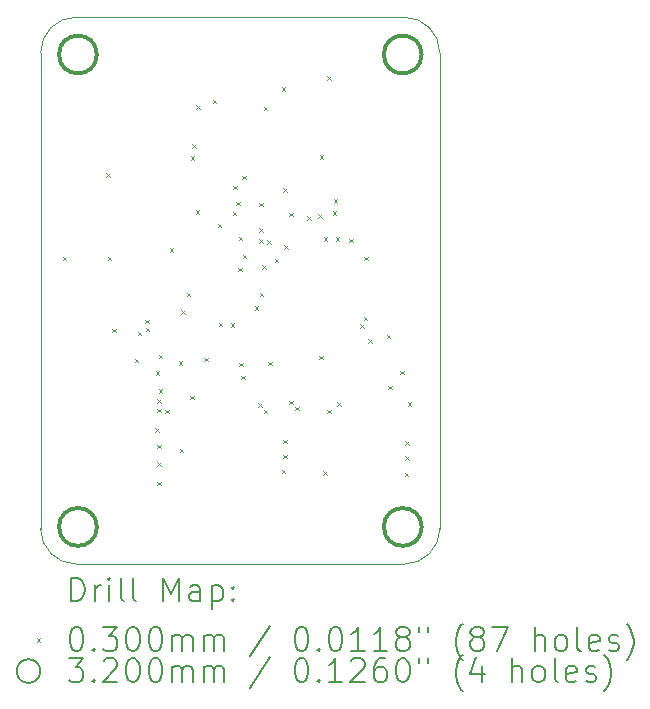
<source format=gbr>
%TF.GenerationSoftware,KiCad,Pcbnew,8.0.7*%
%TF.CreationDate,2025-01-10T16:13:57+05:30*%
%TF.ProjectId,STHDAQ_B0_COPY,53544844-4151-45f4-9230-5f434f50592e,rev?*%
%TF.SameCoordinates,Original*%
%TF.FileFunction,Drillmap*%
%TF.FilePolarity,Positive*%
%FSLAX45Y45*%
G04 Gerber Fmt 4.5, Leading zero omitted, Abs format (unit mm)*
G04 Created by KiCad (PCBNEW 8.0.7) date 2025-01-10 16:13:57*
%MOMM*%
%LPD*%
G01*
G04 APERTURE LIST*
%ADD10C,0.050000*%
%ADD11C,0.200000*%
%ADD12C,0.100000*%
%ADD13C,0.320000*%
G04 APERTURE END LIST*
D10*
X21390000Y-10060000D02*
X21390000Y-6030000D01*
X21090000Y-5730000D02*
G75*
G02*
X21390000Y-6030000I0J-300000D01*
G01*
X18310000Y-10360000D02*
G75*
G02*
X18010000Y-10060000I0J300000D01*
G01*
X18010000Y-6030000D02*
X18010000Y-10060000D01*
X21390000Y-10060000D02*
G75*
G02*
X21090000Y-10360000I-300000J0D01*
G01*
X21090000Y-5730000D02*
X18310000Y-5730000D01*
X18010000Y-6030000D02*
G75*
G02*
X18310000Y-5730000I300000J0D01*
G01*
X18310000Y-10360000D02*
X21090000Y-10360000D01*
D11*
D12*
X18196800Y-7757400D02*
X18226800Y-7787400D01*
X18226800Y-7757400D02*
X18196800Y-7787400D01*
X18565100Y-7053100D02*
X18595100Y-7083100D01*
X18595100Y-7053100D02*
X18565100Y-7083100D01*
X18577800Y-7757400D02*
X18607800Y-7787400D01*
X18607800Y-7757400D02*
X18577800Y-7787400D01*
X18615900Y-8367000D02*
X18645900Y-8397000D01*
X18645900Y-8367000D02*
X18615900Y-8397000D01*
X18806400Y-8621000D02*
X18836400Y-8651000D01*
X18836400Y-8621000D02*
X18806400Y-8651000D01*
X18831800Y-8392400D02*
X18861800Y-8422400D01*
X18861800Y-8392400D02*
X18831800Y-8422400D01*
X18895300Y-8290800D02*
X18925300Y-8320800D01*
X18925300Y-8290800D02*
X18895300Y-8320800D01*
X18901756Y-8360502D02*
X18931756Y-8390502D01*
X18931756Y-8360502D02*
X18901756Y-8390502D01*
X18982132Y-9211452D02*
X19012132Y-9241452D01*
X19012132Y-9211452D02*
X18982132Y-9241452D01*
X18984200Y-8728700D02*
X19014200Y-8758700D01*
X19014200Y-8728700D02*
X18984200Y-8758700D01*
X18996900Y-8963400D02*
X19026900Y-8993400D01*
X19026900Y-8963400D02*
X18996900Y-8993400D01*
X18996900Y-9046200D02*
X19026900Y-9076200D01*
X19026900Y-9046200D02*
X18996900Y-9076200D01*
X18996900Y-9351000D02*
X19026900Y-9381000D01*
X19026900Y-9351000D02*
X18996900Y-9381000D01*
X18996900Y-9497300D02*
X19026900Y-9527300D01*
X19026900Y-9497300D02*
X18996900Y-9527300D01*
X18996900Y-9662400D02*
X19026900Y-9692400D01*
X19026900Y-9662400D02*
X18996900Y-9692400D01*
X19009600Y-8589000D02*
X19039600Y-8619000D01*
X19039600Y-8589000D02*
X19009600Y-8619000D01*
X19009600Y-8881100D02*
X19039600Y-8911100D01*
X19039600Y-8881100D02*
X19009600Y-8911100D01*
X19066525Y-9053437D02*
X19096525Y-9083437D01*
X19096525Y-9053437D02*
X19066525Y-9083437D01*
X19105000Y-7685000D02*
X19135000Y-7715000D01*
X19135000Y-7685000D02*
X19105000Y-7715000D01*
X19181000Y-8640690D02*
X19211000Y-8670690D01*
X19211000Y-8640690D02*
X19181000Y-8670690D01*
X19186645Y-9383300D02*
X19216645Y-9413300D01*
X19216645Y-9383300D02*
X19186645Y-9413300D01*
X19200100Y-8209165D02*
X19230100Y-8239165D01*
X19230100Y-8209165D02*
X19200100Y-8239165D01*
X19247300Y-8062200D02*
X19277300Y-8092200D01*
X19277300Y-8062200D02*
X19247300Y-8092200D01*
X19279000Y-8934000D02*
X19309000Y-8964000D01*
X19309000Y-8934000D02*
X19279000Y-8964000D01*
X19282400Y-6906500D02*
X19312400Y-6936500D01*
X19312400Y-6906500D02*
X19282400Y-6936500D01*
X19294370Y-6803820D02*
X19324370Y-6833820D01*
X19324370Y-6803820D02*
X19294370Y-6833820D01*
X19323092Y-7363808D02*
X19353092Y-7393808D01*
X19353092Y-7363808D02*
X19323092Y-7393808D01*
X19326000Y-6475000D02*
X19356000Y-6505000D01*
X19356000Y-6475000D02*
X19326000Y-6505000D01*
X19395000Y-8612000D02*
X19425000Y-8642000D01*
X19425000Y-8612000D02*
X19395000Y-8642000D01*
X19469000Y-6430000D02*
X19499000Y-6460000D01*
X19499000Y-6430000D02*
X19469000Y-6460000D01*
X19509980Y-7479900D02*
X19539980Y-7509900D01*
X19539980Y-7479900D02*
X19509980Y-7509900D01*
X19519000Y-8318000D02*
X19549000Y-8348000D01*
X19549000Y-8318000D02*
X19519000Y-8348000D01*
X19621588Y-8319878D02*
X19651588Y-8349878D01*
X19651588Y-8319878D02*
X19621588Y-8349878D01*
X19636495Y-7375505D02*
X19666495Y-7405505D01*
X19666495Y-7375505D02*
X19636495Y-7405505D01*
X19639000Y-7154900D02*
X19669000Y-7184900D01*
X19669000Y-7154900D02*
X19639000Y-7184900D01*
X19666645Y-7293355D02*
X19696645Y-7323355D01*
X19696645Y-7293355D02*
X19666645Y-7323355D01*
X19684463Y-7850463D02*
X19714463Y-7880463D01*
X19714463Y-7850463D02*
X19684463Y-7880463D01*
X19689000Y-7590000D02*
X19719000Y-7620000D01*
X19719000Y-7590000D02*
X19689000Y-7620000D01*
X19693000Y-8655000D02*
X19723000Y-8685000D01*
X19723000Y-8655000D02*
X19693000Y-8685000D01*
X19708100Y-8766800D02*
X19738100Y-8796800D01*
X19738100Y-8766800D02*
X19708100Y-8796800D01*
X19719380Y-7073020D02*
X19749380Y-7103020D01*
X19749380Y-7073020D02*
X19719380Y-7103020D01*
X19721000Y-7741000D02*
X19751000Y-7771000D01*
X19751000Y-7741000D02*
X19721000Y-7771000D01*
X19822400Y-8176500D02*
X19852400Y-8206500D01*
X19852400Y-8176500D02*
X19822400Y-8206500D01*
X19854424Y-8998500D02*
X19884424Y-9028500D01*
X19884424Y-8998500D02*
X19854424Y-9028500D01*
X19860270Y-7516730D02*
X19890270Y-7546730D01*
X19890270Y-7516730D02*
X19860270Y-7546730D01*
X19860270Y-7611000D02*
X19890270Y-7641000D01*
X19890270Y-7611000D02*
X19860270Y-7641000D01*
X19862900Y-7301176D02*
X19892900Y-7331176D01*
X19892900Y-7301176D02*
X19862900Y-7331176D01*
X19864100Y-8062200D02*
X19894100Y-8092200D01*
X19894100Y-8062200D02*
X19864100Y-8092200D01*
X19886676Y-7832098D02*
X19916676Y-7862098D01*
X19916676Y-7832098D02*
X19886676Y-7862098D01*
X19898600Y-6487400D02*
X19928600Y-6517400D01*
X19928600Y-6487400D02*
X19898600Y-6517400D01*
X19898600Y-9052800D02*
X19928600Y-9082800D01*
X19928600Y-9052800D02*
X19898600Y-9082800D01*
X19930143Y-7616000D02*
X19960143Y-7646000D01*
X19960143Y-7616000D02*
X19930143Y-7646000D01*
X19936700Y-8646400D02*
X19966700Y-8676400D01*
X19966700Y-8646400D02*
X19936700Y-8676400D01*
X19990726Y-7774247D02*
X20020726Y-7804247D01*
X20020726Y-7774247D02*
X19990726Y-7804247D01*
X20051000Y-6322300D02*
X20081000Y-6352300D01*
X20081000Y-6322300D02*
X20051000Y-6352300D01*
X20051000Y-9561485D02*
X20081000Y-9591485D01*
X20081000Y-9561485D02*
X20051000Y-9591485D01*
X20062900Y-7180000D02*
X20092900Y-7210000D01*
X20092900Y-7180000D02*
X20062900Y-7210000D01*
X20064942Y-9306800D02*
X20094942Y-9336800D01*
X20094942Y-9306800D02*
X20064942Y-9336800D01*
X20064942Y-9433800D02*
X20094942Y-9463800D01*
X20094942Y-9433800D02*
X20064942Y-9463800D01*
X20075000Y-7661000D02*
X20105000Y-7691000D01*
X20105000Y-7661000D02*
X20075000Y-7691000D01*
X20114500Y-8978500D02*
X20144500Y-9008500D01*
X20144500Y-8978500D02*
X20114500Y-9008500D01*
X20115610Y-7383706D02*
X20145610Y-7413706D01*
X20145610Y-7383706D02*
X20115610Y-7413706D01*
X20165300Y-9028500D02*
X20195300Y-9058500D01*
X20195300Y-9028500D02*
X20165300Y-9058500D01*
X20266900Y-7414500D02*
X20296900Y-7444500D01*
X20296900Y-7414500D02*
X20266900Y-7444500D01*
X20359976Y-7399900D02*
X20389976Y-7429900D01*
X20389976Y-7399900D02*
X20359976Y-7429900D01*
X20368500Y-8595600D02*
X20398500Y-8625600D01*
X20398500Y-8595600D02*
X20368500Y-8625600D01*
X20372373Y-6900373D02*
X20402373Y-6930373D01*
X20402373Y-6900373D02*
X20372373Y-6930373D01*
X20405000Y-9575000D02*
X20435000Y-9605000D01*
X20435000Y-9575000D02*
X20405000Y-9605000D01*
X20406600Y-7592800D02*
X20436600Y-7622800D01*
X20436600Y-7592800D02*
X20406600Y-7622800D01*
X20438600Y-6229800D02*
X20468600Y-6259800D01*
X20468600Y-6229800D02*
X20438600Y-6259800D01*
X20438900Y-9052800D02*
X20468900Y-9082800D01*
X20468900Y-9052800D02*
X20438900Y-9082800D01*
X20484320Y-7373200D02*
X20514320Y-7403200D01*
X20514320Y-7373200D02*
X20484320Y-7403200D01*
X20493320Y-7269376D02*
X20523320Y-7299376D01*
X20523320Y-7269376D02*
X20493320Y-7299376D01*
X20508200Y-7592800D02*
X20538200Y-7622800D01*
X20538200Y-7592800D02*
X20508200Y-7622800D01*
X20520900Y-8989300D02*
X20550900Y-9019300D01*
X20550900Y-8989300D02*
X20520900Y-9019300D01*
X20621342Y-7605985D02*
X20651342Y-7635985D01*
X20651342Y-7605985D02*
X20621342Y-7635985D01*
X20716600Y-8328100D02*
X20746600Y-8358100D01*
X20746600Y-8328100D02*
X20716600Y-8358100D01*
X20745638Y-8264407D02*
X20775638Y-8294407D01*
X20775638Y-8264407D02*
X20745638Y-8294407D01*
X20749500Y-7757400D02*
X20779500Y-7787400D01*
X20779500Y-7757400D02*
X20749500Y-7787400D01*
X20782200Y-8455900D02*
X20812200Y-8485900D01*
X20812200Y-8455900D02*
X20782200Y-8485900D01*
X20940155Y-8417800D02*
X20970155Y-8447800D01*
X20970155Y-8417800D02*
X20940155Y-8447800D01*
X20952700Y-8849600D02*
X20982700Y-8879600D01*
X20982700Y-8849600D02*
X20952700Y-8879600D01*
X21054300Y-8722600D02*
X21084300Y-8752600D01*
X21084300Y-8722600D02*
X21054300Y-8752600D01*
X21092400Y-9586200D02*
X21122400Y-9616200D01*
X21122400Y-9586200D02*
X21092400Y-9616200D01*
X21098200Y-9319500D02*
X21128200Y-9349500D01*
X21128200Y-9319500D02*
X21098200Y-9349500D01*
X21098200Y-9446500D02*
X21128200Y-9476500D01*
X21128200Y-9446500D02*
X21098200Y-9476500D01*
X21117800Y-8989300D02*
X21147800Y-9019300D01*
X21147800Y-8989300D02*
X21117800Y-9019300D01*
D13*
X18486100Y-6045700D02*
G75*
G02*
X18166100Y-6045700I-160000J0D01*
G01*
X18166100Y-6045700D02*
G75*
G02*
X18486100Y-6045700I160000J0D01*
G01*
X18486100Y-10045700D02*
G75*
G02*
X18166100Y-10045700I-160000J0D01*
G01*
X18166100Y-10045700D02*
G75*
G02*
X18486100Y-10045700I160000J0D01*
G01*
X21236100Y-6045700D02*
G75*
G02*
X20916100Y-6045700I-160000J0D01*
G01*
X20916100Y-6045700D02*
G75*
G02*
X21236100Y-6045700I160000J0D01*
G01*
X21236100Y-10045700D02*
G75*
G02*
X20916100Y-10045700I-160000J0D01*
G01*
X20916100Y-10045700D02*
G75*
G02*
X21236100Y-10045700I160000J0D01*
G01*
D11*
X18268277Y-10673984D02*
X18268277Y-10473984D01*
X18268277Y-10473984D02*
X18315896Y-10473984D01*
X18315896Y-10473984D02*
X18344467Y-10483508D01*
X18344467Y-10483508D02*
X18363515Y-10502555D01*
X18363515Y-10502555D02*
X18373039Y-10521603D01*
X18373039Y-10521603D02*
X18382563Y-10559698D01*
X18382563Y-10559698D02*
X18382563Y-10588270D01*
X18382563Y-10588270D02*
X18373039Y-10626365D01*
X18373039Y-10626365D02*
X18363515Y-10645412D01*
X18363515Y-10645412D02*
X18344467Y-10664460D01*
X18344467Y-10664460D02*
X18315896Y-10673984D01*
X18315896Y-10673984D02*
X18268277Y-10673984D01*
X18468277Y-10673984D02*
X18468277Y-10540650D01*
X18468277Y-10578746D02*
X18477801Y-10559698D01*
X18477801Y-10559698D02*
X18487324Y-10550174D01*
X18487324Y-10550174D02*
X18506372Y-10540650D01*
X18506372Y-10540650D02*
X18525420Y-10540650D01*
X18592086Y-10673984D02*
X18592086Y-10540650D01*
X18592086Y-10473984D02*
X18582563Y-10483508D01*
X18582563Y-10483508D02*
X18592086Y-10493031D01*
X18592086Y-10493031D02*
X18601610Y-10483508D01*
X18601610Y-10483508D02*
X18592086Y-10473984D01*
X18592086Y-10473984D02*
X18592086Y-10493031D01*
X18715896Y-10673984D02*
X18696848Y-10664460D01*
X18696848Y-10664460D02*
X18687324Y-10645412D01*
X18687324Y-10645412D02*
X18687324Y-10473984D01*
X18820658Y-10673984D02*
X18801610Y-10664460D01*
X18801610Y-10664460D02*
X18792086Y-10645412D01*
X18792086Y-10645412D02*
X18792086Y-10473984D01*
X19049229Y-10673984D02*
X19049229Y-10473984D01*
X19049229Y-10473984D02*
X19115896Y-10616841D01*
X19115896Y-10616841D02*
X19182563Y-10473984D01*
X19182563Y-10473984D02*
X19182563Y-10673984D01*
X19363515Y-10673984D02*
X19363515Y-10569222D01*
X19363515Y-10569222D02*
X19353991Y-10550174D01*
X19353991Y-10550174D02*
X19334944Y-10540650D01*
X19334944Y-10540650D02*
X19296848Y-10540650D01*
X19296848Y-10540650D02*
X19277801Y-10550174D01*
X19363515Y-10664460D02*
X19344467Y-10673984D01*
X19344467Y-10673984D02*
X19296848Y-10673984D01*
X19296848Y-10673984D02*
X19277801Y-10664460D01*
X19277801Y-10664460D02*
X19268277Y-10645412D01*
X19268277Y-10645412D02*
X19268277Y-10626365D01*
X19268277Y-10626365D02*
X19277801Y-10607317D01*
X19277801Y-10607317D02*
X19296848Y-10597793D01*
X19296848Y-10597793D02*
X19344467Y-10597793D01*
X19344467Y-10597793D02*
X19363515Y-10588270D01*
X19458753Y-10540650D02*
X19458753Y-10740650D01*
X19458753Y-10550174D02*
X19477801Y-10540650D01*
X19477801Y-10540650D02*
X19515896Y-10540650D01*
X19515896Y-10540650D02*
X19534944Y-10550174D01*
X19534944Y-10550174D02*
X19544467Y-10559698D01*
X19544467Y-10559698D02*
X19553991Y-10578746D01*
X19553991Y-10578746D02*
X19553991Y-10635889D01*
X19553991Y-10635889D02*
X19544467Y-10654936D01*
X19544467Y-10654936D02*
X19534944Y-10664460D01*
X19534944Y-10664460D02*
X19515896Y-10673984D01*
X19515896Y-10673984D02*
X19477801Y-10673984D01*
X19477801Y-10673984D02*
X19458753Y-10664460D01*
X19639705Y-10654936D02*
X19649229Y-10664460D01*
X19649229Y-10664460D02*
X19639705Y-10673984D01*
X19639705Y-10673984D02*
X19630182Y-10664460D01*
X19630182Y-10664460D02*
X19639705Y-10654936D01*
X19639705Y-10654936D02*
X19639705Y-10673984D01*
X19639705Y-10550174D02*
X19649229Y-10559698D01*
X19649229Y-10559698D02*
X19639705Y-10569222D01*
X19639705Y-10569222D02*
X19630182Y-10559698D01*
X19630182Y-10559698D02*
X19639705Y-10550174D01*
X19639705Y-10550174D02*
X19639705Y-10569222D01*
D12*
X17977500Y-10987500D02*
X18007500Y-11017500D01*
X18007500Y-10987500D02*
X17977500Y-11017500D01*
D11*
X18306372Y-10893984D02*
X18325420Y-10893984D01*
X18325420Y-10893984D02*
X18344467Y-10903508D01*
X18344467Y-10903508D02*
X18353991Y-10913031D01*
X18353991Y-10913031D02*
X18363515Y-10932079D01*
X18363515Y-10932079D02*
X18373039Y-10970174D01*
X18373039Y-10970174D02*
X18373039Y-11017793D01*
X18373039Y-11017793D02*
X18363515Y-11055889D01*
X18363515Y-11055889D02*
X18353991Y-11074936D01*
X18353991Y-11074936D02*
X18344467Y-11084460D01*
X18344467Y-11084460D02*
X18325420Y-11093984D01*
X18325420Y-11093984D02*
X18306372Y-11093984D01*
X18306372Y-11093984D02*
X18287324Y-11084460D01*
X18287324Y-11084460D02*
X18277801Y-11074936D01*
X18277801Y-11074936D02*
X18268277Y-11055889D01*
X18268277Y-11055889D02*
X18258753Y-11017793D01*
X18258753Y-11017793D02*
X18258753Y-10970174D01*
X18258753Y-10970174D02*
X18268277Y-10932079D01*
X18268277Y-10932079D02*
X18277801Y-10913031D01*
X18277801Y-10913031D02*
X18287324Y-10903508D01*
X18287324Y-10903508D02*
X18306372Y-10893984D01*
X18458753Y-11074936D02*
X18468277Y-11084460D01*
X18468277Y-11084460D02*
X18458753Y-11093984D01*
X18458753Y-11093984D02*
X18449229Y-11084460D01*
X18449229Y-11084460D02*
X18458753Y-11074936D01*
X18458753Y-11074936D02*
X18458753Y-11093984D01*
X18534944Y-10893984D02*
X18658753Y-10893984D01*
X18658753Y-10893984D02*
X18592086Y-10970174D01*
X18592086Y-10970174D02*
X18620658Y-10970174D01*
X18620658Y-10970174D02*
X18639705Y-10979698D01*
X18639705Y-10979698D02*
X18649229Y-10989222D01*
X18649229Y-10989222D02*
X18658753Y-11008270D01*
X18658753Y-11008270D02*
X18658753Y-11055889D01*
X18658753Y-11055889D02*
X18649229Y-11074936D01*
X18649229Y-11074936D02*
X18639705Y-11084460D01*
X18639705Y-11084460D02*
X18620658Y-11093984D01*
X18620658Y-11093984D02*
X18563515Y-11093984D01*
X18563515Y-11093984D02*
X18544467Y-11084460D01*
X18544467Y-11084460D02*
X18534944Y-11074936D01*
X18782563Y-10893984D02*
X18801610Y-10893984D01*
X18801610Y-10893984D02*
X18820658Y-10903508D01*
X18820658Y-10903508D02*
X18830182Y-10913031D01*
X18830182Y-10913031D02*
X18839705Y-10932079D01*
X18839705Y-10932079D02*
X18849229Y-10970174D01*
X18849229Y-10970174D02*
X18849229Y-11017793D01*
X18849229Y-11017793D02*
X18839705Y-11055889D01*
X18839705Y-11055889D02*
X18830182Y-11074936D01*
X18830182Y-11074936D02*
X18820658Y-11084460D01*
X18820658Y-11084460D02*
X18801610Y-11093984D01*
X18801610Y-11093984D02*
X18782563Y-11093984D01*
X18782563Y-11093984D02*
X18763515Y-11084460D01*
X18763515Y-11084460D02*
X18753991Y-11074936D01*
X18753991Y-11074936D02*
X18744467Y-11055889D01*
X18744467Y-11055889D02*
X18734944Y-11017793D01*
X18734944Y-11017793D02*
X18734944Y-10970174D01*
X18734944Y-10970174D02*
X18744467Y-10932079D01*
X18744467Y-10932079D02*
X18753991Y-10913031D01*
X18753991Y-10913031D02*
X18763515Y-10903508D01*
X18763515Y-10903508D02*
X18782563Y-10893984D01*
X18973039Y-10893984D02*
X18992086Y-10893984D01*
X18992086Y-10893984D02*
X19011134Y-10903508D01*
X19011134Y-10903508D02*
X19020658Y-10913031D01*
X19020658Y-10913031D02*
X19030182Y-10932079D01*
X19030182Y-10932079D02*
X19039705Y-10970174D01*
X19039705Y-10970174D02*
X19039705Y-11017793D01*
X19039705Y-11017793D02*
X19030182Y-11055889D01*
X19030182Y-11055889D02*
X19020658Y-11074936D01*
X19020658Y-11074936D02*
X19011134Y-11084460D01*
X19011134Y-11084460D02*
X18992086Y-11093984D01*
X18992086Y-11093984D02*
X18973039Y-11093984D01*
X18973039Y-11093984D02*
X18953991Y-11084460D01*
X18953991Y-11084460D02*
X18944467Y-11074936D01*
X18944467Y-11074936D02*
X18934944Y-11055889D01*
X18934944Y-11055889D02*
X18925420Y-11017793D01*
X18925420Y-11017793D02*
X18925420Y-10970174D01*
X18925420Y-10970174D02*
X18934944Y-10932079D01*
X18934944Y-10932079D02*
X18944467Y-10913031D01*
X18944467Y-10913031D02*
X18953991Y-10903508D01*
X18953991Y-10903508D02*
X18973039Y-10893984D01*
X19125420Y-11093984D02*
X19125420Y-10960650D01*
X19125420Y-10979698D02*
X19134944Y-10970174D01*
X19134944Y-10970174D02*
X19153991Y-10960650D01*
X19153991Y-10960650D02*
X19182563Y-10960650D01*
X19182563Y-10960650D02*
X19201610Y-10970174D01*
X19201610Y-10970174D02*
X19211134Y-10989222D01*
X19211134Y-10989222D02*
X19211134Y-11093984D01*
X19211134Y-10989222D02*
X19220658Y-10970174D01*
X19220658Y-10970174D02*
X19239705Y-10960650D01*
X19239705Y-10960650D02*
X19268277Y-10960650D01*
X19268277Y-10960650D02*
X19287325Y-10970174D01*
X19287325Y-10970174D02*
X19296848Y-10989222D01*
X19296848Y-10989222D02*
X19296848Y-11093984D01*
X19392086Y-11093984D02*
X19392086Y-10960650D01*
X19392086Y-10979698D02*
X19401610Y-10970174D01*
X19401610Y-10970174D02*
X19420658Y-10960650D01*
X19420658Y-10960650D02*
X19449229Y-10960650D01*
X19449229Y-10960650D02*
X19468277Y-10970174D01*
X19468277Y-10970174D02*
X19477801Y-10989222D01*
X19477801Y-10989222D02*
X19477801Y-11093984D01*
X19477801Y-10989222D02*
X19487325Y-10970174D01*
X19487325Y-10970174D02*
X19506372Y-10960650D01*
X19506372Y-10960650D02*
X19534944Y-10960650D01*
X19534944Y-10960650D02*
X19553991Y-10970174D01*
X19553991Y-10970174D02*
X19563515Y-10989222D01*
X19563515Y-10989222D02*
X19563515Y-11093984D01*
X19953991Y-10884460D02*
X19782563Y-11141603D01*
X20211134Y-10893984D02*
X20230182Y-10893984D01*
X20230182Y-10893984D02*
X20249229Y-10903508D01*
X20249229Y-10903508D02*
X20258753Y-10913031D01*
X20258753Y-10913031D02*
X20268277Y-10932079D01*
X20268277Y-10932079D02*
X20277801Y-10970174D01*
X20277801Y-10970174D02*
X20277801Y-11017793D01*
X20277801Y-11017793D02*
X20268277Y-11055889D01*
X20268277Y-11055889D02*
X20258753Y-11074936D01*
X20258753Y-11074936D02*
X20249229Y-11084460D01*
X20249229Y-11084460D02*
X20230182Y-11093984D01*
X20230182Y-11093984D02*
X20211134Y-11093984D01*
X20211134Y-11093984D02*
X20192087Y-11084460D01*
X20192087Y-11084460D02*
X20182563Y-11074936D01*
X20182563Y-11074936D02*
X20173039Y-11055889D01*
X20173039Y-11055889D02*
X20163515Y-11017793D01*
X20163515Y-11017793D02*
X20163515Y-10970174D01*
X20163515Y-10970174D02*
X20173039Y-10932079D01*
X20173039Y-10932079D02*
X20182563Y-10913031D01*
X20182563Y-10913031D02*
X20192087Y-10903508D01*
X20192087Y-10903508D02*
X20211134Y-10893984D01*
X20363515Y-11074936D02*
X20373039Y-11084460D01*
X20373039Y-11084460D02*
X20363515Y-11093984D01*
X20363515Y-11093984D02*
X20353991Y-11084460D01*
X20353991Y-11084460D02*
X20363515Y-11074936D01*
X20363515Y-11074936D02*
X20363515Y-11093984D01*
X20496848Y-10893984D02*
X20515896Y-10893984D01*
X20515896Y-10893984D02*
X20534944Y-10903508D01*
X20534944Y-10903508D02*
X20544468Y-10913031D01*
X20544468Y-10913031D02*
X20553991Y-10932079D01*
X20553991Y-10932079D02*
X20563515Y-10970174D01*
X20563515Y-10970174D02*
X20563515Y-11017793D01*
X20563515Y-11017793D02*
X20553991Y-11055889D01*
X20553991Y-11055889D02*
X20544468Y-11074936D01*
X20544468Y-11074936D02*
X20534944Y-11084460D01*
X20534944Y-11084460D02*
X20515896Y-11093984D01*
X20515896Y-11093984D02*
X20496848Y-11093984D01*
X20496848Y-11093984D02*
X20477801Y-11084460D01*
X20477801Y-11084460D02*
X20468277Y-11074936D01*
X20468277Y-11074936D02*
X20458753Y-11055889D01*
X20458753Y-11055889D02*
X20449229Y-11017793D01*
X20449229Y-11017793D02*
X20449229Y-10970174D01*
X20449229Y-10970174D02*
X20458753Y-10932079D01*
X20458753Y-10932079D02*
X20468277Y-10913031D01*
X20468277Y-10913031D02*
X20477801Y-10903508D01*
X20477801Y-10903508D02*
X20496848Y-10893984D01*
X20753991Y-11093984D02*
X20639706Y-11093984D01*
X20696848Y-11093984D02*
X20696848Y-10893984D01*
X20696848Y-10893984D02*
X20677801Y-10922555D01*
X20677801Y-10922555D02*
X20658753Y-10941603D01*
X20658753Y-10941603D02*
X20639706Y-10951127D01*
X20944468Y-11093984D02*
X20830182Y-11093984D01*
X20887325Y-11093984D02*
X20887325Y-10893984D01*
X20887325Y-10893984D02*
X20868277Y-10922555D01*
X20868277Y-10922555D02*
X20849229Y-10941603D01*
X20849229Y-10941603D02*
X20830182Y-10951127D01*
X21058753Y-10979698D02*
X21039706Y-10970174D01*
X21039706Y-10970174D02*
X21030182Y-10960650D01*
X21030182Y-10960650D02*
X21020658Y-10941603D01*
X21020658Y-10941603D02*
X21020658Y-10932079D01*
X21020658Y-10932079D02*
X21030182Y-10913031D01*
X21030182Y-10913031D02*
X21039706Y-10903508D01*
X21039706Y-10903508D02*
X21058753Y-10893984D01*
X21058753Y-10893984D02*
X21096849Y-10893984D01*
X21096849Y-10893984D02*
X21115896Y-10903508D01*
X21115896Y-10903508D02*
X21125420Y-10913031D01*
X21125420Y-10913031D02*
X21134944Y-10932079D01*
X21134944Y-10932079D02*
X21134944Y-10941603D01*
X21134944Y-10941603D02*
X21125420Y-10960650D01*
X21125420Y-10960650D02*
X21115896Y-10970174D01*
X21115896Y-10970174D02*
X21096849Y-10979698D01*
X21096849Y-10979698D02*
X21058753Y-10979698D01*
X21058753Y-10979698D02*
X21039706Y-10989222D01*
X21039706Y-10989222D02*
X21030182Y-10998746D01*
X21030182Y-10998746D02*
X21020658Y-11017793D01*
X21020658Y-11017793D02*
X21020658Y-11055889D01*
X21020658Y-11055889D02*
X21030182Y-11074936D01*
X21030182Y-11074936D02*
X21039706Y-11084460D01*
X21039706Y-11084460D02*
X21058753Y-11093984D01*
X21058753Y-11093984D02*
X21096849Y-11093984D01*
X21096849Y-11093984D02*
X21115896Y-11084460D01*
X21115896Y-11084460D02*
X21125420Y-11074936D01*
X21125420Y-11074936D02*
X21134944Y-11055889D01*
X21134944Y-11055889D02*
X21134944Y-11017793D01*
X21134944Y-11017793D02*
X21125420Y-10998746D01*
X21125420Y-10998746D02*
X21115896Y-10989222D01*
X21115896Y-10989222D02*
X21096849Y-10979698D01*
X21211134Y-10893984D02*
X21211134Y-10932079D01*
X21287325Y-10893984D02*
X21287325Y-10932079D01*
X21582563Y-11170174D02*
X21573039Y-11160650D01*
X21573039Y-11160650D02*
X21553991Y-11132079D01*
X21553991Y-11132079D02*
X21544468Y-11113031D01*
X21544468Y-11113031D02*
X21534944Y-11084460D01*
X21534944Y-11084460D02*
X21525420Y-11036841D01*
X21525420Y-11036841D02*
X21525420Y-10998746D01*
X21525420Y-10998746D02*
X21534944Y-10951127D01*
X21534944Y-10951127D02*
X21544468Y-10922555D01*
X21544468Y-10922555D02*
X21553991Y-10903508D01*
X21553991Y-10903508D02*
X21573039Y-10874936D01*
X21573039Y-10874936D02*
X21582563Y-10865412D01*
X21687325Y-10979698D02*
X21668277Y-10970174D01*
X21668277Y-10970174D02*
X21658753Y-10960650D01*
X21658753Y-10960650D02*
X21649230Y-10941603D01*
X21649230Y-10941603D02*
X21649230Y-10932079D01*
X21649230Y-10932079D02*
X21658753Y-10913031D01*
X21658753Y-10913031D02*
X21668277Y-10903508D01*
X21668277Y-10903508D02*
X21687325Y-10893984D01*
X21687325Y-10893984D02*
X21725420Y-10893984D01*
X21725420Y-10893984D02*
X21744468Y-10903508D01*
X21744468Y-10903508D02*
X21753991Y-10913031D01*
X21753991Y-10913031D02*
X21763515Y-10932079D01*
X21763515Y-10932079D02*
X21763515Y-10941603D01*
X21763515Y-10941603D02*
X21753991Y-10960650D01*
X21753991Y-10960650D02*
X21744468Y-10970174D01*
X21744468Y-10970174D02*
X21725420Y-10979698D01*
X21725420Y-10979698D02*
X21687325Y-10979698D01*
X21687325Y-10979698D02*
X21668277Y-10989222D01*
X21668277Y-10989222D02*
X21658753Y-10998746D01*
X21658753Y-10998746D02*
X21649230Y-11017793D01*
X21649230Y-11017793D02*
X21649230Y-11055889D01*
X21649230Y-11055889D02*
X21658753Y-11074936D01*
X21658753Y-11074936D02*
X21668277Y-11084460D01*
X21668277Y-11084460D02*
X21687325Y-11093984D01*
X21687325Y-11093984D02*
X21725420Y-11093984D01*
X21725420Y-11093984D02*
X21744468Y-11084460D01*
X21744468Y-11084460D02*
X21753991Y-11074936D01*
X21753991Y-11074936D02*
X21763515Y-11055889D01*
X21763515Y-11055889D02*
X21763515Y-11017793D01*
X21763515Y-11017793D02*
X21753991Y-10998746D01*
X21753991Y-10998746D02*
X21744468Y-10989222D01*
X21744468Y-10989222D02*
X21725420Y-10979698D01*
X21830182Y-10893984D02*
X21963515Y-10893984D01*
X21963515Y-10893984D02*
X21877801Y-11093984D01*
X22192087Y-11093984D02*
X22192087Y-10893984D01*
X22277801Y-11093984D02*
X22277801Y-10989222D01*
X22277801Y-10989222D02*
X22268277Y-10970174D01*
X22268277Y-10970174D02*
X22249230Y-10960650D01*
X22249230Y-10960650D02*
X22220658Y-10960650D01*
X22220658Y-10960650D02*
X22201611Y-10970174D01*
X22201611Y-10970174D02*
X22192087Y-10979698D01*
X22401610Y-11093984D02*
X22382563Y-11084460D01*
X22382563Y-11084460D02*
X22373039Y-11074936D01*
X22373039Y-11074936D02*
X22363515Y-11055889D01*
X22363515Y-11055889D02*
X22363515Y-10998746D01*
X22363515Y-10998746D02*
X22373039Y-10979698D01*
X22373039Y-10979698D02*
X22382563Y-10970174D01*
X22382563Y-10970174D02*
X22401610Y-10960650D01*
X22401610Y-10960650D02*
X22430182Y-10960650D01*
X22430182Y-10960650D02*
X22449230Y-10970174D01*
X22449230Y-10970174D02*
X22458753Y-10979698D01*
X22458753Y-10979698D02*
X22468277Y-10998746D01*
X22468277Y-10998746D02*
X22468277Y-11055889D01*
X22468277Y-11055889D02*
X22458753Y-11074936D01*
X22458753Y-11074936D02*
X22449230Y-11084460D01*
X22449230Y-11084460D02*
X22430182Y-11093984D01*
X22430182Y-11093984D02*
X22401610Y-11093984D01*
X22582563Y-11093984D02*
X22563515Y-11084460D01*
X22563515Y-11084460D02*
X22553991Y-11065412D01*
X22553991Y-11065412D02*
X22553991Y-10893984D01*
X22734944Y-11084460D02*
X22715896Y-11093984D01*
X22715896Y-11093984D02*
X22677801Y-11093984D01*
X22677801Y-11093984D02*
X22658753Y-11084460D01*
X22658753Y-11084460D02*
X22649230Y-11065412D01*
X22649230Y-11065412D02*
X22649230Y-10989222D01*
X22649230Y-10989222D02*
X22658753Y-10970174D01*
X22658753Y-10970174D02*
X22677801Y-10960650D01*
X22677801Y-10960650D02*
X22715896Y-10960650D01*
X22715896Y-10960650D02*
X22734944Y-10970174D01*
X22734944Y-10970174D02*
X22744468Y-10989222D01*
X22744468Y-10989222D02*
X22744468Y-11008270D01*
X22744468Y-11008270D02*
X22649230Y-11027317D01*
X22820658Y-11084460D02*
X22839706Y-11093984D01*
X22839706Y-11093984D02*
X22877801Y-11093984D01*
X22877801Y-11093984D02*
X22896849Y-11084460D01*
X22896849Y-11084460D02*
X22906372Y-11065412D01*
X22906372Y-11065412D02*
X22906372Y-11055889D01*
X22906372Y-11055889D02*
X22896849Y-11036841D01*
X22896849Y-11036841D02*
X22877801Y-11027317D01*
X22877801Y-11027317D02*
X22849230Y-11027317D01*
X22849230Y-11027317D02*
X22830182Y-11017793D01*
X22830182Y-11017793D02*
X22820658Y-10998746D01*
X22820658Y-10998746D02*
X22820658Y-10989222D01*
X22820658Y-10989222D02*
X22830182Y-10970174D01*
X22830182Y-10970174D02*
X22849230Y-10960650D01*
X22849230Y-10960650D02*
X22877801Y-10960650D01*
X22877801Y-10960650D02*
X22896849Y-10970174D01*
X22973039Y-11170174D02*
X22982563Y-11160650D01*
X22982563Y-11160650D02*
X23001611Y-11132079D01*
X23001611Y-11132079D02*
X23011134Y-11113031D01*
X23011134Y-11113031D02*
X23020658Y-11084460D01*
X23020658Y-11084460D02*
X23030182Y-11036841D01*
X23030182Y-11036841D02*
X23030182Y-10998746D01*
X23030182Y-10998746D02*
X23020658Y-10951127D01*
X23020658Y-10951127D02*
X23011134Y-10922555D01*
X23011134Y-10922555D02*
X23001611Y-10903508D01*
X23001611Y-10903508D02*
X22982563Y-10874936D01*
X22982563Y-10874936D02*
X22973039Y-10865412D01*
X18007500Y-11266500D02*
G75*
G02*
X17807500Y-11266500I-100000J0D01*
G01*
X17807500Y-11266500D02*
G75*
G02*
X18007500Y-11266500I100000J0D01*
G01*
X18249229Y-11157984D02*
X18373039Y-11157984D01*
X18373039Y-11157984D02*
X18306372Y-11234174D01*
X18306372Y-11234174D02*
X18334944Y-11234174D01*
X18334944Y-11234174D02*
X18353991Y-11243698D01*
X18353991Y-11243698D02*
X18363515Y-11253222D01*
X18363515Y-11253222D02*
X18373039Y-11272269D01*
X18373039Y-11272269D02*
X18373039Y-11319888D01*
X18373039Y-11319888D02*
X18363515Y-11338936D01*
X18363515Y-11338936D02*
X18353991Y-11348460D01*
X18353991Y-11348460D02*
X18334944Y-11357984D01*
X18334944Y-11357984D02*
X18277801Y-11357984D01*
X18277801Y-11357984D02*
X18258753Y-11348460D01*
X18258753Y-11348460D02*
X18249229Y-11338936D01*
X18458753Y-11338936D02*
X18468277Y-11348460D01*
X18468277Y-11348460D02*
X18458753Y-11357984D01*
X18458753Y-11357984D02*
X18449229Y-11348460D01*
X18449229Y-11348460D02*
X18458753Y-11338936D01*
X18458753Y-11338936D02*
X18458753Y-11357984D01*
X18544467Y-11177031D02*
X18553991Y-11167508D01*
X18553991Y-11167508D02*
X18573039Y-11157984D01*
X18573039Y-11157984D02*
X18620658Y-11157984D01*
X18620658Y-11157984D02*
X18639705Y-11167508D01*
X18639705Y-11167508D02*
X18649229Y-11177031D01*
X18649229Y-11177031D02*
X18658753Y-11196079D01*
X18658753Y-11196079D02*
X18658753Y-11215127D01*
X18658753Y-11215127D02*
X18649229Y-11243698D01*
X18649229Y-11243698D02*
X18534944Y-11357984D01*
X18534944Y-11357984D02*
X18658753Y-11357984D01*
X18782563Y-11157984D02*
X18801610Y-11157984D01*
X18801610Y-11157984D02*
X18820658Y-11167508D01*
X18820658Y-11167508D02*
X18830182Y-11177031D01*
X18830182Y-11177031D02*
X18839705Y-11196079D01*
X18839705Y-11196079D02*
X18849229Y-11234174D01*
X18849229Y-11234174D02*
X18849229Y-11281793D01*
X18849229Y-11281793D02*
X18839705Y-11319888D01*
X18839705Y-11319888D02*
X18830182Y-11338936D01*
X18830182Y-11338936D02*
X18820658Y-11348460D01*
X18820658Y-11348460D02*
X18801610Y-11357984D01*
X18801610Y-11357984D02*
X18782563Y-11357984D01*
X18782563Y-11357984D02*
X18763515Y-11348460D01*
X18763515Y-11348460D02*
X18753991Y-11338936D01*
X18753991Y-11338936D02*
X18744467Y-11319888D01*
X18744467Y-11319888D02*
X18734944Y-11281793D01*
X18734944Y-11281793D02*
X18734944Y-11234174D01*
X18734944Y-11234174D02*
X18744467Y-11196079D01*
X18744467Y-11196079D02*
X18753991Y-11177031D01*
X18753991Y-11177031D02*
X18763515Y-11167508D01*
X18763515Y-11167508D02*
X18782563Y-11157984D01*
X18973039Y-11157984D02*
X18992086Y-11157984D01*
X18992086Y-11157984D02*
X19011134Y-11167508D01*
X19011134Y-11167508D02*
X19020658Y-11177031D01*
X19020658Y-11177031D02*
X19030182Y-11196079D01*
X19030182Y-11196079D02*
X19039705Y-11234174D01*
X19039705Y-11234174D02*
X19039705Y-11281793D01*
X19039705Y-11281793D02*
X19030182Y-11319888D01*
X19030182Y-11319888D02*
X19020658Y-11338936D01*
X19020658Y-11338936D02*
X19011134Y-11348460D01*
X19011134Y-11348460D02*
X18992086Y-11357984D01*
X18992086Y-11357984D02*
X18973039Y-11357984D01*
X18973039Y-11357984D02*
X18953991Y-11348460D01*
X18953991Y-11348460D02*
X18944467Y-11338936D01*
X18944467Y-11338936D02*
X18934944Y-11319888D01*
X18934944Y-11319888D02*
X18925420Y-11281793D01*
X18925420Y-11281793D02*
X18925420Y-11234174D01*
X18925420Y-11234174D02*
X18934944Y-11196079D01*
X18934944Y-11196079D02*
X18944467Y-11177031D01*
X18944467Y-11177031D02*
X18953991Y-11167508D01*
X18953991Y-11167508D02*
X18973039Y-11157984D01*
X19125420Y-11357984D02*
X19125420Y-11224650D01*
X19125420Y-11243698D02*
X19134944Y-11234174D01*
X19134944Y-11234174D02*
X19153991Y-11224650D01*
X19153991Y-11224650D02*
X19182563Y-11224650D01*
X19182563Y-11224650D02*
X19201610Y-11234174D01*
X19201610Y-11234174D02*
X19211134Y-11253222D01*
X19211134Y-11253222D02*
X19211134Y-11357984D01*
X19211134Y-11253222D02*
X19220658Y-11234174D01*
X19220658Y-11234174D02*
X19239705Y-11224650D01*
X19239705Y-11224650D02*
X19268277Y-11224650D01*
X19268277Y-11224650D02*
X19287325Y-11234174D01*
X19287325Y-11234174D02*
X19296848Y-11253222D01*
X19296848Y-11253222D02*
X19296848Y-11357984D01*
X19392086Y-11357984D02*
X19392086Y-11224650D01*
X19392086Y-11243698D02*
X19401610Y-11234174D01*
X19401610Y-11234174D02*
X19420658Y-11224650D01*
X19420658Y-11224650D02*
X19449229Y-11224650D01*
X19449229Y-11224650D02*
X19468277Y-11234174D01*
X19468277Y-11234174D02*
X19477801Y-11253222D01*
X19477801Y-11253222D02*
X19477801Y-11357984D01*
X19477801Y-11253222D02*
X19487325Y-11234174D01*
X19487325Y-11234174D02*
X19506372Y-11224650D01*
X19506372Y-11224650D02*
X19534944Y-11224650D01*
X19534944Y-11224650D02*
X19553991Y-11234174D01*
X19553991Y-11234174D02*
X19563515Y-11253222D01*
X19563515Y-11253222D02*
X19563515Y-11357984D01*
X19953991Y-11148460D02*
X19782563Y-11405603D01*
X20211134Y-11157984D02*
X20230182Y-11157984D01*
X20230182Y-11157984D02*
X20249229Y-11167508D01*
X20249229Y-11167508D02*
X20258753Y-11177031D01*
X20258753Y-11177031D02*
X20268277Y-11196079D01*
X20268277Y-11196079D02*
X20277801Y-11234174D01*
X20277801Y-11234174D02*
X20277801Y-11281793D01*
X20277801Y-11281793D02*
X20268277Y-11319888D01*
X20268277Y-11319888D02*
X20258753Y-11338936D01*
X20258753Y-11338936D02*
X20249229Y-11348460D01*
X20249229Y-11348460D02*
X20230182Y-11357984D01*
X20230182Y-11357984D02*
X20211134Y-11357984D01*
X20211134Y-11357984D02*
X20192087Y-11348460D01*
X20192087Y-11348460D02*
X20182563Y-11338936D01*
X20182563Y-11338936D02*
X20173039Y-11319888D01*
X20173039Y-11319888D02*
X20163515Y-11281793D01*
X20163515Y-11281793D02*
X20163515Y-11234174D01*
X20163515Y-11234174D02*
X20173039Y-11196079D01*
X20173039Y-11196079D02*
X20182563Y-11177031D01*
X20182563Y-11177031D02*
X20192087Y-11167508D01*
X20192087Y-11167508D02*
X20211134Y-11157984D01*
X20363515Y-11338936D02*
X20373039Y-11348460D01*
X20373039Y-11348460D02*
X20363515Y-11357984D01*
X20363515Y-11357984D02*
X20353991Y-11348460D01*
X20353991Y-11348460D02*
X20363515Y-11338936D01*
X20363515Y-11338936D02*
X20363515Y-11357984D01*
X20563515Y-11357984D02*
X20449229Y-11357984D01*
X20506372Y-11357984D02*
X20506372Y-11157984D01*
X20506372Y-11157984D02*
X20487325Y-11186555D01*
X20487325Y-11186555D02*
X20468277Y-11205603D01*
X20468277Y-11205603D02*
X20449229Y-11215127D01*
X20639706Y-11177031D02*
X20649229Y-11167508D01*
X20649229Y-11167508D02*
X20668277Y-11157984D01*
X20668277Y-11157984D02*
X20715896Y-11157984D01*
X20715896Y-11157984D02*
X20734944Y-11167508D01*
X20734944Y-11167508D02*
X20744468Y-11177031D01*
X20744468Y-11177031D02*
X20753991Y-11196079D01*
X20753991Y-11196079D02*
X20753991Y-11215127D01*
X20753991Y-11215127D02*
X20744468Y-11243698D01*
X20744468Y-11243698D02*
X20630182Y-11357984D01*
X20630182Y-11357984D02*
X20753991Y-11357984D01*
X20925420Y-11157984D02*
X20887325Y-11157984D01*
X20887325Y-11157984D02*
X20868277Y-11167508D01*
X20868277Y-11167508D02*
X20858753Y-11177031D01*
X20858753Y-11177031D02*
X20839706Y-11205603D01*
X20839706Y-11205603D02*
X20830182Y-11243698D01*
X20830182Y-11243698D02*
X20830182Y-11319888D01*
X20830182Y-11319888D02*
X20839706Y-11338936D01*
X20839706Y-11338936D02*
X20849229Y-11348460D01*
X20849229Y-11348460D02*
X20868277Y-11357984D01*
X20868277Y-11357984D02*
X20906372Y-11357984D01*
X20906372Y-11357984D02*
X20925420Y-11348460D01*
X20925420Y-11348460D02*
X20934944Y-11338936D01*
X20934944Y-11338936D02*
X20944468Y-11319888D01*
X20944468Y-11319888D02*
X20944468Y-11272269D01*
X20944468Y-11272269D02*
X20934944Y-11253222D01*
X20934944Y-11253222D02*
X20925420Y-11243698D01*
X20925420Y-11243698D02*
X20906372Y-11234174D01*
X20906372Y-11234174D02*
X20868277Y-11234174D01*
X20868277Y-11234174D02*
X20849229Y-11243698D01*
X20849229Y-11243698D02*
X20839706Y-11253222D01*
X20839706Y-11253222D02*
X20830182Y-11272269D01*
X21068277Y-11157984D02*
X21087325Y-11157984D01*
X21087325Y-11157984D02*
X21106372Y-11167508D01*
X21106372Y-11167508D02*
X21115896Y-11177031D01*
X21115896Y-11177031D02*
X21125420Y-11196079D01*
X21125420Y-11196079D02*
X21134944Y-11234174D01*
X21134944Y-11234174D02*
X21134944Y-11281793D01*
X21134944Y-11281793D02*
X21125420Y-11319888D01*
X21125420Y-11319888D02*
X21115896Y-11338936D01*
X21115896Y-11338936D02*
X21106372Y-11348460D01*
X21106372Y-11348460D02*
X21087325Y-11357984D01*
X21087325Y-11357984D02*
X21068277Y-11357984D01*
X21068277Y-11357984D02*
X21049229Y-11348460D01*
X21049229Y-11348460D02*
X21039706Y-11338936D01*
X21039706Y-11338936D02*
X21030182Y-11319888D01*
X21030182Y-11319888D02*
X21020658Y-11281793D01*
X21020658Y-11281793D02*
X21020658Y-11234174D01*
X21020658Y-11234174D02*
X21030182Y-11196079D01*
X21030182Y-11196079D02*
X21039706Y-11177031D01*
X21039706Y-11177031D02*
X21049229Y-11167508D01*
X21049229Y-11167508D02*
X21068277Y-11157984D01*
X21211134Y-11157984D02*
X21211134Y-11196079D01*
X21287325Y-11157984D02*
X21287325Y-11196079D01*
X21582563Y-11434174D02*
X21573039Y-11424650D01*
X21573039Y-11424650D02*
X21553991Y-11396079D01*
X21553991Y-11396079D02*
X21544468Y-11377031D01*
X21544468Y-11377031D02*
X21534944Y-11348460D01*
X21534944Y-11348460D02*
X21525420Y-11300841D01*
X21525420Y-11300841D02*
X21525420Y-11262746D01*
X21525420Y-11262746D02*
X21534944Y-11215127D01*
X21534944Y-11215127D02*
X21544468Y-11186555D01*
X21544468Y-11186555D02*
X21553991Y-11167508D01*
X21553991Y-11167508D02*
X21573039Y-11138936D01*
X21573039Y-11138936D02*
X21582563Y-11129412D01*
X21744468Y-11224650D02*
X21744468Y-11357984D01*
X21696849Y-11148460D02*
X21649230Y-11291317D01*
X21649230Y-11291317D02*
X21773039Y-11291317D01*
X22001611Y-11357984D02*
X22001611Y-11157984D01*
X22087325Y-11357984D02*
X22087325Y-11253222D01*
X22087325Y-11253222D02*
X22077801Y-11234174D01*
X22077801Y-11234174D02*
X22058753Y-11224650D01*
X22058753Y-11224650D02*
X22030182Y-11224650D01*
X22030182Y-11224650D02*
X22011134Y-11234174D01*
X22011134Y-11234174D02*
X22001611Y-11243698D01*
X22211134Y-11357984D02*
X22192087Y-11348460D01*
X22192087Y-11348460D02*
X22182563Y-11338936D01*
X22182563Y-11338936D02*
X22173039Y-11319888D01*
X22173039Y-11319888D02*
X22173039Y-11262746D01*
X22173039Y-11262746D02*
X22182563Y-11243698D01*
X22182563Y-11243698D02*
X22192087Y-11234174D01*
X22192087Y-11234174D02*
X22211134Y-11224650D01*
X22211134Y-11224650D02*
X22239706Y-11224650D01*
X22239706Y-11224650D02*
X22258753Y-11234174D01*
X22258753Y-11234174D02*
X22268277Y-11243698D01*
X22268277Y-11243698D02*
X22277801Y-11262746D01*
X22277801Y-11262746D02*
X22277801Y-11319888D01*
X22277801Y-11319888D02*
X22268277Y-11338936D01*
X22268277Y-11338936D02*
X22258753Y-11348460D01*
X22258753Y-11348460D02*
X22239706Y-11357984D01*
X22239706Y-11357984D02*
X22211134Y-11357984D01*
X22392087Y-11357984D02*
X22373039Y-11348460D01*
X22373039Y-11348460D02*
X22363515Y-11329412D01*
X22363515Y-11329412D02*
X22363515Y-11157984D01*
X22544468Y-11348460D02*
X22525420Y-11357984D01*
X22525420Y-11357984D02*
X22487325Y-11357984D01*
X22487325Y-11357984D02*
X22468277Y-11348460D01*
X22468277Y-11348460D02*
X22458753Y-11329412D01*
X22458753Y-11329412D02*
X22458753Y-11253222D01*
X22458753Y-11253222D02*
X22468277Y-11234174D01*
X22468277Y-11234174D02*
X22487325Y-11224650D01*
X22487325Y-11224650D02*
X22525420Y-11224650D01*
X22525420Y-11224650D02*
X22544468Y-11234174D01*
X22544468Y-11234174D02*
X22553991Y-11253222D01*
X22553991Y-11253222D02*
X22553991Y-11272269D01*
X22553991Y-11272269D02*
X22458753Y-11291317D01*
X22630182Y-11348460D02*
X22649230Y-11357984D01*
X22649230Y-11357984D02*
X22687325Y-11357984D01*
X22687325Y-11357984D02*
X22706372Y-11348460D01*
X22706372Y-11348460D02*
X22715896Y-11329412D01*
X22715896Y-11329412D02*
X22715896Y-11319888D01*
X22715896Y-11319888D02*
X22706372Y-11300841D01*
X22706372Y-11300841D02*
X22687325Y-11291317D01*
X22687325Y-11291317D02*
X22658753Y-11291317D01*
X22658753Y-11291317D02*
X22639706Y-11281793D01*
X22639706Y-11281793D02*
X22630182Y-11262746D01*
X22630182Y-11262746D02*
X22630182Y-11253222D01*
X22630182Y-11253222D02*
X22639706Y-11234174D01*
X22639706Y-11234174D02*
X22658753Y-11224650D01*
X22658753Y-11224650D02*
X22687325Y-11224650D01*
X22687325Y-11224650D02*
X22706372Y-11234174D01*
X22782563Y-11434174D02*
X22792087Y-11424650D01*
X22792087Y-11424650D02*
X22811134Y-11396079D01*
X22811134Y-11396079D02*
X22820658Y-11377031D01*
X22820658Y-11377031D02*
X22830182Y-11348460D01*
X22830182Y-11348460D02*
X22839706Y-11300841D01*
X22839706Y-11300841D02*
X22839706Y-11262746D01*
X22839706Y-11262746D02*
X22830182Y-11215127D01*
X22830182Y-11215127D02*
X22820658Y-11186555D01*
X22820658Y-11186555D02*
X22811134Y-11167508D01*
X22811134Y-11167508D02*
X22792087Y-11138936D01*
X22792087Y-11138936D02*
X22782563Y-11129412D01*
M02*

</source>
